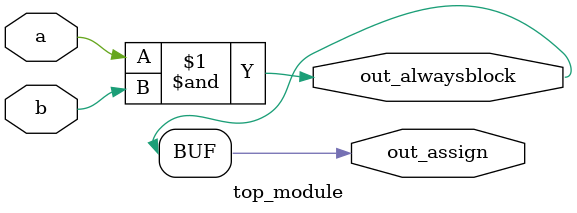
<source format=v>

module top_module(
    input a, 
    input b,
    output wire out_assign,
    output reg out_alwaysblock
);

    assign out_assign = a & b;

    always@(*)  // *表明这是一个组合逻辑电路

        // out_alwaysblock = a & b;
        out_alwaysblock = out_assign;

endmodule

</source>
